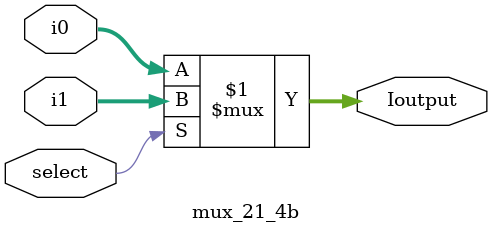
<source format=v>
module mux_21_4b (i0, i1, select ,Ioutput);
input [3:0] i0,i1;
input select;
output [3:0] Ioutput;
assign Ioutput = select ? i1 :i0;
endmodule
</source>
